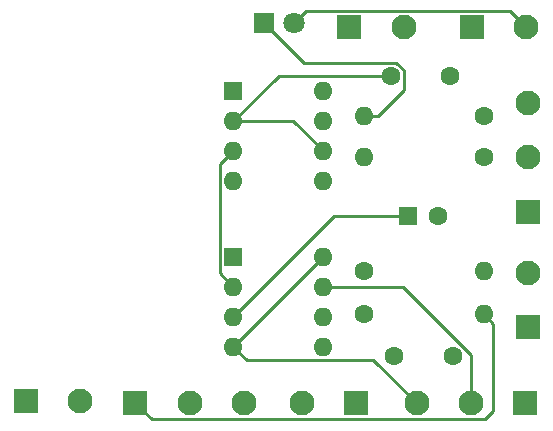
<source format=gtl>
G04 #@! TF.GenerationSoftware,KiCad,Pcbnew,(6.0.2-0)*
G04 #@! TF.CreationDate,2024-09-29T09:11:07-04:00*
G04 #@! TF.ProjectId,Stepped_Tone_Generator,53746570-7065-4645-9f54-6f6e655f4765,rev?*
G04 #@! TF.SameCoordinates,Original*
G04 #@! TF.FileFunction,Copper,L1,Top*
G04 #@! TF.FilePolarity,Positive*
%FSLAX46Y46*%
G04 Gerber Fmt 4.6, Leading zero omitted, Abs format (unit mm)*
G04 Created by KiCad (PCBNEW (6.0.2-0)) date 2024-09-29 09:11:07*
%MOMM*%
%LPD*%
G01*
G04 APERTURE LIST*
G04 Aperture macros list*
%AMRoundRect*
0 Rectangle with rounded corners*
0 $1 Rounding radius*
0 $2 $3 $4 $5 $6 $7 $8 $9 X,Y pos of 4 corners*
0 Add a 4 corners polygon primitive as box body*
4,1,4,$2,$3,$4,$5,$6,$7,$8,$9,$2,$3,0*
0 Add four circle primitives for the rounded corners*
1,1,$1+$1,$2,$3*
1,1,$1+$1,$4,$5*
1,1,$1+$1,$6,$7*
1,1,$1+$1,$8,$9*
0 Add four rect primitives between the rounded corners*
20,1,$1+$1,$2,$3,$4,$5,0*
20,1,$1+$1,$4,$5,$6,$7,0*
20,1,$1+$1,$6,$7,$8,$9,0*
20,1,$1+$1,$8,$9,$2,$3,0*%
G04 Aperture macros list end*
G04 #@! TA.AperFunction,ComponentPad*
%ADD10C,1.600000*%
G04 #@! TD*
G04 #@! TA.AperFunction,ComponentPad*
%ADD11O,1.600000X1.600000*%
G04 #@! TD*
G04 #@! TA.AperFunction,ComponentPad*
%ADD12RoundRect,0.250001X-0.799999X-0.799999X0.799999X-0.799999X0.799999X0.799999X-0.799999X0.799999X0*%
G04 #@! TD*
G04 #@! TA.AperFunction,ComponentPad*
%ADD13C,2.100000*%
G04 #@! TD*
G04 #@! TA.AperFunction,ComponentPad*
%ADD14R,1.600000X1.600000*%
G04 #@! TD*
G04 #@! TA.AperFunction,ComponentPad*
%ADD15RoundRect,0.250001X0.799999X0.799999X-0.799999X0.799999X-0.799999X-0.799999X0.799999X-0.799999X0*%
G04 #@! TD*
G04 #@! TA.AperFunction,ComponentPad*
%ADD16RoundRect,0.250001X0.799999X-0.799999X0.799999X0.799999X-0.799999X0.799999X-0.799999X-0.799999X0*%
G04 #@! TD*
G04 #@! TA.AperFunction,ComponentPad*
%ADD17R,1.800000X1.800000*%
G04 #@! TD*
G04 #@! TA.AperFunction,ComponentPad*
%ADD18C,1.800000*%
G04 #@! TD*
G04 #@! TA.AperFunction,Conductor*
%ADD19C,0.250000*%
G04 #@! TD*
G04 APERTURE END LIST*
D10*
X157880000Y-61300000D03*
D11*
X147720000Y-61300000D03*
D10*
X147720000Y-74400000D03*
D11*
X157880000Y-74400000D03*
D12*
X128400000Y-85600000D03*
D13*
X133000000Y-85600000D03*
X137600000Y-85600000D03*
D12*
X119100000Y-85400000D03*
D13*
X123700000Y-85400000D03*
D12*
X156900000Y-53800000D03*
D13*
X161500000Y-53800000D03*
D14*
X136700000Y-73200000D03*
D11*
X136700000Y-75740000D03*
X136700000Y-78280000D03*
X136700000Y-80820000D03*
X144320000Y-80820000D03*
X144320000Y-78280000D03*
X144320000Y-75740000D03*
X144320000Y-73200000D03*
D10*
X147720000Y-78100000D03*
D11*
X157880000Y-78100000D03*
D10*
X155300000Y-81600000D03*
X150300000Y-81600000D03*
X157900000Y-64800000D03*
D11*
X147740000Y-64800000D03*
D15*
X161400000Y-85600000D03*
D13*
X156800000Y-85600000D03*
X152200000Y-85600000D03*
D14*
X151494888Y-69800000D03*
D10*
X153994888Y-69800000D03*
D12*
X146500000Y-53800000D03*
D13*
X151100000Y-53800000D03*
D10*
X155000000Y-57900000D03*
X150000000Y-57900000D03*
D16*
X161600000Y-79200000D03*
D13*
X161600000Y-74600000D03*
D14*
X136700000Y-59200000D03*
D11*
X136700000Y-61740000D03*
X136700000Y-64280000D03*
X136700000Y-66820000D03*
X144320000Y-66820000D03*
X144320000Y-64280000D03*
X144320000Y-61740000D03*
X144320000Y-59200000D03*
D16*
X161600000Y-69400000D03*
D13*
X161600000Y-64800000D03*
X161600000Y-60200000D03*
D15*
X147100000Y-85600000D03*
D13*
X142500000Y-85600000D03*
D17*
X139325000Y-53400000D03*
D18*
X141865000Y-53400000D03*
D19*
X136700000Y-78280000D02*
X145180000Y-69800000D01*
X145180000Y-69800000D02*
X151494888Y-69800000D01*
X139325000Y-53400000D02*
X142700489Y-56775489D01*
X142700489Y-56775489D02*
X150465789Y-56775489D01*
X150465789Y-56775489D02*
X151124511Y-57434211D01*
X151124511Y-57434211D02*
X151124511Y-59075489D01*
X151124511Y-59075489D02*
X148900000Y-61300000D01*
X148900000Y-61300000D02*
X147720000Y-61300000D01*
X157880000Y-78100000D02*
X158679999Y-78899999D01*
X129774511Y-86974511D02*
X128400000Y-85600000D01*
X158679999Y-78899999D02*
X158679999Y-86294981D01*
X158679999Y-86294981D02*
X158000469Y-86974511D01*
X158000469Y-86974511D02*
X129774511Y-86974511D01*
X150000000Y-57900000D02*
X140540000Y-57900000D01*
X140540000Y-57900000D02*
X136700000Y-61740000D01*
X141865000Y-53400000D02*
X142839520Y-52425480D01*
X142839520Y-52425480D02*
X160125480Y-52425480D01*
X160125480Y-52425480D02*
X161500000Y-53800000D01*
X144320000Y-75740000D02*
X151030300Y-75740000D01*
X151030300Y-75740000D02*
X156800000Y-81509700D01*
X156800000Y-81509700D02*
X156800000Y-85600000D01*
X136700000Y-64280000D02*
X135575489Y-65404511D01*
X135575489Y-65404511D02*
X135575489Y-74615489D01*
X135575489Y-74615489D02*
X136700000Y-75740000D01*
X136700000Y-61740000D02*
X141780000Y-61740000D01*
X141780000Y-61740000D02*
X144002141Y-63962141D01*
X136700000Y-80820000D02*
X144320000Y-73200000D01*
X148544511Y-81944511D02*
X137824511Y-81944511D01*
X152200000Y-85600000D02*
X148544511Y-81944511D01*
X137824511Y-81944511D02*
X136700000Y-80820000D01*
M02*

</source>
